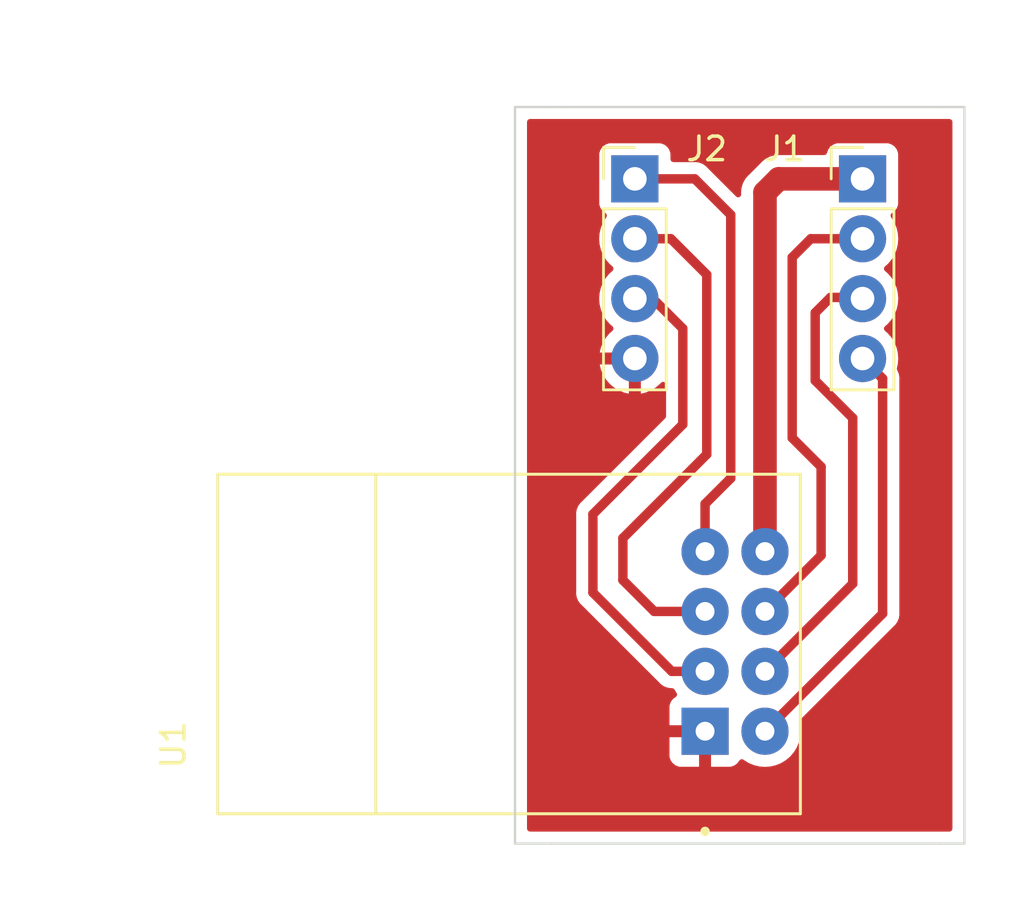
<source format=kicad_pcb>
(kicad_pcb (version 20211014) (generator pcbnew)
  (layers (0 "F.Cu" signal) (31 "B.Cu" signal) (34 "B.Paste" user) (35 "F.Paste" user) (36 "B.SilkS" user "B.Silkscreen") (37 "F.SilkS" user "F.Silkscreen") (38 "B.Mask" user) (39 "F.Mask" user) (44 "Edge.Cuts" user))
  (net 0 "")
  (net 1 "+3V3")
  (net 2 "uC_RST")
  (net 3 "uC_CH_EN")
  (net 4 "uC_TX")
  (net 5 "uC_RX")
  (net 6 "uC_GPIO0")
  (net 7 "uC_GPIO2")
  (net 8 "GND")
  (footprint "Connector_PinHeader_2.54mm:PinHeader_1x04_P2.54mm_Vertical" (layer "F.Cu") (at 100.33 82.296)
    (fp_text reference "J2" (at 3.048 -1.27) (layer "F.SilkS"))
    (fp_text value "Left_Connector")
    (fp_line (start -1.33 1.27) (end 1.33 1.27) (layer "F.SilkS") (width 0.12))
    (fp_line (start -1.33 0) (end -1.33 -1.33) (layer "F.SilkS") (width 0.12))
    (fp_line (start -1.33 1.27) (end -1.33 8.95) (layer "F.SilkS") (width 0.12))
    (fp_line (start -1.33 -1.33) (end 0 -1.33) (layer "F.SilkS") (width 0.12))
    (fp_line (start 1.33 1.27) (end 1.33 8.95) (layer "F.SilkS") (width 0.12))
    (fp_line (start -1.33 8.95) (end 1.33 8.95) (layer "F.SilkS") (width 0.12))
    (pad "1" thru_hole rect (at 0 0) (size 2 2) (drill 1) (layers *.Cu *.Mask) (net 5 "uC_RX"))
    (pad "2" thru_hole oval (at 0 2.54) (size 2 2) (drill 1) (layers *.Cu *.Mask) (net 6 "uC_GPIO0"))
    (pad "3" thru_hole oval (at 0 5.08) (size 2 2) (drill 1) (layers *.Cu *.Mask) (net 7 "uC_GPIO2"))
    (pad "4" thru_hole oval (at 0 7.62) (size 2 2) (drill 1) (layers *.Cu *.Mask) (net 8 "GND"))
  )
  (footprint "ESP01:XCVR_ESP8266-01_ESP-01" (layer "F.Cu") (at 94.996 101.9145 90)
    (fp_text reference "U1" (at -4.385 -14.235 90) (layer "F.SilkS"))
    (fp_text value "ESP01")
    (fp_line (start 7.09 -5.65) (end -7.31 -5.65) (layer "F.SilkS") (width 0.127))
    (fp_line (start 7.09 -12.35) (end 7.09 -5.65) (layer "F.SilkS") (width 0.127))
    (fp_line (start -7.31 12.35) (end -7.31 -5.65) (layer "F.SilkS") (width 0.127))
    (fp_line (start 7.09 12.35) (end -7.31 12.35) (layer "F.SilkS") (width 0.127))
    (fp_line (start 7.09 -5.65) (end 7.09 12.35) (layer "F.SilkS") (width 0.127))
    (fp_line (start -7.31 -12.35) (end 7.09 -12.35) (layer "F.SilkS") (width 0.127))
    (fp_line (start -7.31 -5.65) (end -7.31 -12.35) (layer "F.SilkS") (width 0.127))
    (fp_circle (center -8.06 8.31) (end -7.96 8.31) (layer "F.SilkS") (width 0.2) (fill none))
    (pad "1" thru_hole rect (at -3.81 8.31 90) (size 2 2) (drill 0.8) (layers *.Cu *.Mask) (net 8 "GND"))
    (pad "2" thru_hole circle (at -1.27 8.31 90) (size 2 2) (drill 0.8) (layers *.Cu *.Mask) (net 7 "uC_GPIO2"))
    (pad "3" thru_hole circle (at 1.27 8.31 90) (size 2 2) (drill 0.8) (layers *.Cu *.Mask) (net 6 "uC_GPIO0"))
    (pad "4" thru_hole circle (at 3.81 8.31 90) (size 2 2) (drill 0.8) (layers *.Cu *.Mask) (net 5 "uC_RX"))
    (pad "5" thru_hole circle (at -3.81 10.85 90) (size 2 2) (drill 0.8) (layers *.Cu *.Mask) (net 4 "uC_TX"))
    (pad "6" thru_hole circle (at -1.27 10.85 90) (size 2 2) (drill 0.8) (layers *.Cu *.Mask) (net 3 "uC_CH_EN"))
    (pad "7" thru_hole circle (at 1.27 10.85 90) (size 2 2) (drill 0.8) (layers *.Cu *.Mask) (net 2 "uC_RST"))
    (pad "8" thru_hole circle (at 3.81 10.85 90) (size 2 2) (drill 0.8) (layers *.Cu *.Mask) (net 1 "+3V3"))
    (zone (net 0) (net_name "") (layer "F.Cu") (connect_pads (clearance 0)) (min_thickness 0.01)
      (keepout (tracks not_allowed) (vias not_allowed) (pads not_allowed) (copperpour not_allowed) (footprints allowed))
      (fill (thermal_gap 0.508) (thermal_bridge_width 0.508))
      (polygon (pts (xy 82.646 109.2245) (xy 82.646 94.8245) (xy 89.346 94.8245) (xy 89.346 109.2245)))
    )
  )
  (footprint "Connector_PinHeader_2.54mm:PinHeader_1x04_P2.54mm_Vertical" (layer "F.Cu") (at 109.982 82.296)
    (fp_text reference "J1" (at -3.302 -1.27) (layer "F.SilkS"))
    (fp_text value "Right_Connector")
    (fp_line (start 1.33 1.27) (end 1.33 8.95) (layer "F.SilkS") (width 0.12))
    (fp_line (start -1.33 1.27) (end -1.33 8.95) (layer "F.SilkS") (width 0.12))
    (fp_line (start -1.33 8.95) (end 1.33 8.95) (layer "F.SilkS") (width 0.12))
    (fp_line (start -1.33 0) (end -1.33 -1.33) (layer "F.SilkS") (width 0.12))
    (fp_line (start -1.33 -1.33) (end 0 -1.33) (layer "F.SilkS") (width 0.12))
    (fp_line (start -1.33 1.27) (end 1.33 1.27) (layer "F.SilkS") (width 0.12))
    (pad "1" thru_hole rect (at 0 0) (size 2 2) (drill 1) (layers *.Cu *.Mask) (net 1 "+3V3"))
    (pad "2" thru_hole oval (at 0 2.54) (size 2 2) (drill 1) (layers *.Cu *.Mask) (net 2 "uC_RST"))
    (pad "3" thru_hole oval (at 0 5.08) (size 2 2) (drill 1) (layers *.Cu *.Mask) (net 3 "uC_CH_EN"))
    (pad "4" thru_hole oval (at 0 7.62) (size 2 2) (drill 1) (layers *.Cu *.Mask) (net 4 "uC_TX"))
  )
  (gr_line (start 113.284 110.49) (end 114.3 110.49) (layer "Edge.Cuts") (width 0.1))
  (gr_line (start 113.284 79.248) (end 114.3 79.248) (layer "Edge.Cuts") (width 0.1))
  (gr_line (start 97.282 79.248) (end 113.284 79.248) (layer "Edge.Cuts") (width 0.1))
  (gr_line (start 114.3 79.756) (end 114.3 110.49) (layer "Edge.Cuts") (width 0.1))
  (gr_line (start 95.25 79.756) (end 95.25 79.248) (layer "Edge.Cuts") (width 0.1))
  (gr_line (start 113.284 110.49) (end 96.774 110.49) (layer "Edge.Cuts") (width 0.1))
  (gr_line (start 95.25 110.49) (end 96.774 110.49) (layer "Edge.Cuts") (width 0.1))
  (gr_line (start 114.3 79.756) (end 114.3 79.248) (layer "Edge.Cuts") (width 0.1))
  (gr_line (start 95.25 110.49) (end 95.25 79.756) (layer "Edge.Cuts") (width 0.1))
  (gr_line (start 96.774 79.248) (end 97.282 79.248) (layer "Edge.Cuts") (width 0.1))
  (gr_line (start 95.25 79.248) (end 96.774 79.248) (layer "Edge.Cuts") (width 0.1))
  (segment (start 105.846 82.876) (end 106.426 82.296) (width 1) (layer "F.Cu") (net 1))
  (segment (start 105.846 98.1045) (end 105.846 82.876) (width 1) (layer "F.Cu") (net 1))
  (segment (start 106.426 82.296) (end 109.982 82.296) (width 1) (layer "F.Cu") (net 1))
  (segment (start 107 85.625) (end 107.789 84.836) (width 0.4) (layer "F.Cu") (net 2))
  (segment (start 105.846 100.6445) (end 108.225 98.2655) (width 0.4) (layer "F.Cu") (net 2))
  (segment (start 108.225 98.2655) (end 108.225 94.509) (width 0.4) (layer "F.Cu") (net 2))
  (segment (start 107 93.284) (end 107 85.625) (width 0.4) (layer "F.Cu") (net 2))
  (segment (start 108.225 94.509) (end 107 93.284) (width 0.4) (layer "F.Cu") (net 2))
  (segment (start 107.789 84.836) (end 109.982 84.836) (width 0.4) (layer "F.Cu") (net 2))
  (segment (start 107.975 87.975) (end 108.625 87.325) (width 0.4) (layer "F.Cu") (net 3))
  (segment (start 105.846 103.1845) (end 109.56552 99.46498) (width 0.4) (layer "F.Cu") (net 3))
  (segment (start 109.56552 99.46498) (end 109.56552 92.44052) (width 0.4) (layer "F.Cu") (net 3))
  (segment (start 109.56552 92.44052) (end 107.975 90.85) (width 0.4) (layer "F.Cu") (net 3))
  (segment (start 107.975 90.85) (end 107.975 87.975) (width 0.4) (layer "F.Cu") (net 3))
  (segment (start 109.931 87.325) (end 109.982 87.376) (width 0.4) (layer "F.Cu") (net 3))
  (segment (start 108.625 87.325) (end 109.931 87.325) (width 0.4) (layer "F.Cu") (net 3))
  (segment (start 110.832 100.7385) (end 110.832 90.766) (width 0.4) (layer "F.Cu") (net 4))
  (segment (start 105.846 105.7245) (end 110.832 100.7385) (width 0.4) (layer "F.Cu") (net 4))
  (segment (start 110.832 90.766) (end 109.982 89.916) (width 0.4) (layer "F.Cu") (net 4))
  (segment (start 104.394 94.996) (end 104.394 83.82) (width 0.4) (layer "F.Cu") (net 5))
  (segment (start 104.394 83.82) (end 102.87 82.296) (width 0.4) (layer "F.Cu") (net 5))
  (segment (start 102.87 82.296) (end 100.33 82.296) (width 0.4) (layer "F.Cu") (net 5))
  (segment (start 103.306 98.1045) (end 103.306 96.084) (width 0.4) (layer "F.Cu") (net 5))
  (segment (start 103.306 96.084) (end 104.394 94.996) (width 0.4) (layer "F.Cu") (net 5))
  (segment (start 103.378 86.36) (end 101.854 84.836) (width 0.4) (layer "F.Cu") (net 6))
  (segment (start 99.822 97.536) (end 103.378 93.98) (width 0.4) (layer "F.Cu") (net 6))
  (segment (start 103.378 93.98) (end 103.378 86.36) (width 0.4) (layer "F.Cu") (net 6))
  (segment (start 99.822 99.314) (end 99.822 97.536) (width 0.4) (layer "F.Cu") (net 6))
  (segment (start 103.306 100.6445) (end 101.1525 100.6445) (width 0.4) (layer "F.Cu") (net 6))
  (segment (start 101.1525 100.6445) (end 99.822 99.314) (width 0.4) (layer "F.Cu") (net 6))
  (segment (start 101.854 84.836) (end 100.33 84.836) (width 0.4) (layer "F.Cu") (net 6))
  (segment (start 101.891787 103.1845) (end 98.552 99.844713) (width 0.4) (layer "F.Cu") (net 7))
  (segment (start 98.552 96.52) (end 102.362 92.71) (width 0.4) (layer "F.Cu") (net 7))
  (segment (start 98.552 99.844713) (end 98.552 96.52) (width 0.4) (layer "F.Cu") (net 7))
  (segment (start 103.306 103.1845) (end 101.891787 103.1845) (width 0.4) (layer "F.Cu") (net 7))
  (segment (start 102.362 92.71) (end 102.362 88.646) (width 0.4) (layer "F.Cu") (net 7))
  (segment (start 101.092 87.376) (end 100.33 87.376) (width 0.4) (layer "F.Cu") (net 7))
  (segment (start 102.362 88.646) (end 101.092 87.376) (width 0.4) (layer "F.Cu") (net 7))
  (zone (net 8) (net_name "GND") (layer "F.Cu") (connect_pads (clearance 0.508)) (min_thickness 0.254) (fill yes (thermal_gap 0.508) (thermal_bridge_width 0.508))
    (polygon (pts (xy 116.84 112.776) (xy 92.202 112.776) (xy 92.202 78.74) (xy 116.84 78.74)))
  )
)
</source>
